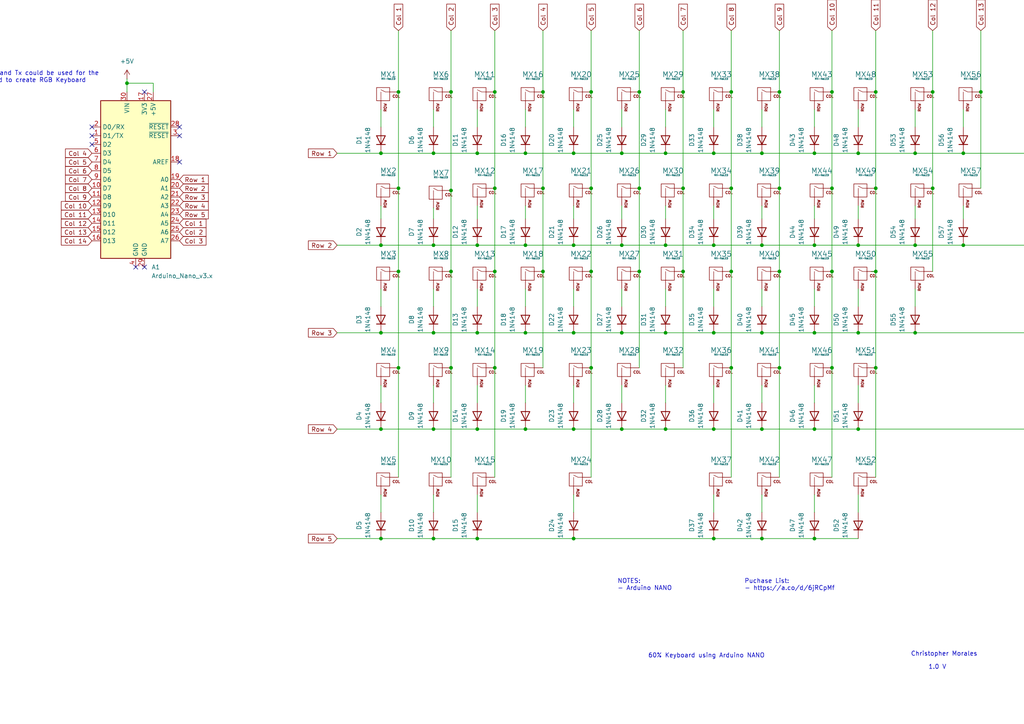
<source format=kicad_sch>
(kicad_sch (version 20211123) (generator eeschema)
  (paper "A4")
  (title_block (date "sam. 04 avril 2015"))
  (junction (at 138.43 156.21))
  (junction (at 207.01 71.12))
  (junction (at 193.04 96.52))
  (junction (at 270.51 54.61))
  (junction (at 115.57 26.67))
  (junction (at 143.51 26.67))
  (junction (at 166.37 44.45))
  (junction (at 307.34 26.67))
  (junction (at 110.49 44.45))
  (junction (at 157.48 26.67))
  (junction (at 193.04 44.45))
  (junction (at 220.98 124.46))
  (junction (at 254 106.68))
  (junction (at 265.43 44.45))
  (junction (at 110.49 96.52))
  (junction (at 212.09 106.68))
  (junction (at 212.09 54.61))
  (junction (at 220.98 71.12))
  (junction (at 130.81 106.68))
  (junction (at 143.51 106.68))
  (junction (at 185.42 54.61))
  (junction (at 220.98 156.21))
  (junction (at 180.34 124.46))
  (junction (at 265.43 96.52))
  (junction (at 180.34 44.45))
  (junction (at 198.12 26.67))
  (junction (at 115.57 78.74))
  (junction (at 110.49 156.21))
  (junction (at 226.06 78.74))
  (junction (at 166.37 156.21))
  (junction (at 125.73 156.21))
  (junction (at 36.83 24.13))
  (junction (at 185.42 78.74))
  (junction (at 284.48 26.67))
  (junction (at 212.09 26.67))
  (junction (at 115.57 106.68))
  (junction (at 185.42 26.67))
  (junction (at 157.48 78.74))
  (junction (at 241.3 78.74))
  (junction (at 279.4 44.45))
  (junction (at 207.01 156.21))
  (junction (at 171.45 106.68))
  (junction (at 166.37 96.52))
  (junction (at 220.98 44.45))
  (junction (at 248.92 71.12))
  (junction (at 171.45 54.61))
  (junction (at 152.4 71.12))
  (junction (at 166.37 71.12))
  (junction (at 212.09 78.74))
  (junction (at 270.51 26.67))
  (junction (at 265.43 71.12))
  (junction (at 138.43 96.52))
  (junction (at 226.06 54.61))
  (junction (at 171.45 26.67))
  (junction (at 248.92 44.45))
  (junction (at 157.48 54.61))
  (junction (at 236.22 71.12))
  (junction (at 207.01 44.45))
  (junction (at 143.51 54.61))
  (junction (at 307.34 54.61))
  (junction (at 198.12 54.61))
  (junction (at 236.22 44.45))
  (junction (at 152.4 96.52))
  (junction (at 254 78.74))
  (junction (at 152.4 44.45))
  (junction (at 180.34 71.12))
  (junction (at 138.43 71.12))
  (junction (at 130.81 26.67))
  (junction (at 125.73 44.45))
  (junction (at 138.43 124.46))
  (junction (at 193.04 71.12))
  (junction (at 207.01 96.52))
  (junction (at 193.04 124.46))
  (junction (at 125.73 96.52))
  (junction (at 152.4 124.46))
  (junction (at 125.73 71.12))
  (junction (at 236.22 156.21))
  (junction (at 241.3 26.67))
  (junction (at 143.51 78.74))
  (junction (at 220.98 96.52))
  (junction (at 248.92 124.46))
  (junction (at 138.43 44.45))
  (junction (at 226.06 26.67))
  (junction (at 110.49 71.12))
  (junction (at 207.01 124.46))
  (junction (at 125.73 124.46))
  (junction (at 166.37 124.46))
  (junction (at 110.49 124.46))
  (junction (at 130.81 78.74))
  (junction (at 241.3 106.68))
  (junction (at 279.4 71.12))
  (junction (at 248.92 96.52))
  (junction (at 236.22 96.52))
  (junction (at 115.57 54.61))
  (junction (at 254 26.67))
  (junction (at 226.06 106.68))
  (junction (at 130.81 55.245))
  (junction (at 180.34 96.52))
  (junction (at 307.34 78.74))
  (junction (at 171.45 78.74))
  (junction (at 241.3 54.61))
  (junction (at 254 54.61))
  (junction (at 236.22 124.46))
  (junction (at 198.12 78.74))
  (no_connect (at 52.07 46.99))
  (no_connect (at 52.07 36.83))
  (no_connect (at 52.07 39.37))
  (no_connect (at 26.67 36.83))
  (no_connect (at 39.37 77.47))
  (no_connect (at 41.91 77.47))
  (no_connect (at 26.67 41.91))
  (no_connect (at 26.67 39.37))
  (no_connect (at 41.91 26.67))
  (wire (pts (xy 166.37 31.75) (xy 166.37 36.83)))
  (wire (pts (xy 138.43 83.82) (xy 138.43 88.9)))
  (wire (pts (xy 265.43 83.82) (xy 265.43 88.9)))
  (wire (pts (xy 180.34 59.69) (xy 180.34 63.5)))
  (wire (pts (xy 207.01 71.12) (xy 220.98 71.12)))
  (wire (pts (xy 207.01 83.82) (xy 207.01 88.9)))
  (wire (pts (xy 212.09 8.89) (xy 212.09 26.67)))
  (wire (pts (xy 226.06 26.67) (xy 226.06 54.61)))
  (wire (pts (xy 241.3 78.74) (xy 241.3 106.68)))
  (wire (pts (xy 248.92 143.51) (xy 248.92 148.59)))
  (wire (pts (xy 193.04 44.45) (xy 207.01 44.45)))
  (wire (pts (xy 279.4 44.45) (xy 302.26 44.45)))
  (wire (pts (xy 157.48 78.74) (xy 157.48 106.68)))
  (wire (pts (xy 302.26 111.76) (xy 302.26 116.84)))
  (wire (pts (xy 207.01 96.52) (xy 220.98 96.52)))
  (wire (pts (xy 236.22 111.76) (xy 236.22 116.84)))
  (wire (pts (xy 152.4 83.82) (xy 152.4 88.9)))
  (wire (pts (xy 166.37 156.21) (xy 207.01 156.21)))
  (wire (pts (xy 171.45 54.61) (xy 171.45 78.74)))
  (wire (pts (xy 207.01 111.76) (xy 207.01 116.84)))
  (wire (pts (xy 226.06 54.61) (xy 226.06 78.74)))
  (wire (pts (xy 143.51 54.61) (xy 143.51 78.74)))
  (wire (pts (xy 220.98 156.21) (xy 236.22 156.21)))
  (wire (pts (xy 185.42 8.89) (xy 185.42 26.67)))
  (wire (pts (xy 130.81 106.68) (xy 130.81 138.43)))
  (wire (pts (xy 236.22 31.75) (xy 236.22 36.83)))
  (wire (pts (xy 198.12 8.89) (xy 198.12 26.67)))
  (wire (pts (xy 152.4 111.76) (xy 152.4 116.84)))
  (wire (pts (xy 220.98 96.52) (xy 236.22 96.52)))
  (wire (pts (xy 166.37 96.52) (xy 180.34 96.52)))
  (wire (pts (xy 207.01 124.46) (xy 220.98 124.46)))
  (wire (pts (xy 125.73 156.21) (xy 138.43 156.21)))
  (wire (pts (xy 207.01 156.21) (xy 220.98 156.21)))
  (wire (pts (xy 248.92 71.12) (xy 265.43 71.12)))
  (wire (pts (xy 115.57 54.61) (xy 115.57 78.74)))
  (wire (pts (xy 110.49 71.12) (xy 125.73 71.12)))
  (wire (pts (xy 152.4 44.45) (xy 166.37 44.45)))
  (wire (pts (xy 166.37 111.76) (xy 166.37 116.84)))
  (wire (pts (xy 307.34 8.89) (xy 307.34 26.67)))
  (wire (pts (xy 236.22 44.45) (xy 248.92 44.45)))
  (wire (pts (xy 236.22 156.21) (xy 248.92 156.21)))
  (wire (pts (xy 125.73 111.76) (xy 125.73 116.84)))
  (wire (pts (xy 193.04 71.12) (xy 207.01 71.12)))
  (wire (pts (xy 284.48 26.67) (xy 284.48 54.61)))
  (wire (pts (xy 241.3 106.68) (xy 241.3 138.43)))
  (wire (pts (xy 302.26 59.69) (xy 302.26 63.5)))
  (wire (pts (xy 193.04 124.46) (xy 207.01 124.46)))
  (wire (pts (xy 152.4 31.75) (xy 152.4 36.83)))
  (wire (pts (xy 270.51 8.89) (xy 270.51 26.67)))
  (wire (pts (xy 125.73 31.75) (xy 125.73 36.83)))
  (wire (pts (xy 152.4 124.46) (xy 166.37 124.46)))
  (wire (pts (xy 110.49 44.45) (xy 125.73 44.45)))
  (wire (pts (xy 180.34 44.45) (xy 193.04 44.45)))
  (wire (pts (xy 180.34 124.46) (xy 193.04 124.46)))
  (wire (pts (xy 166.37 71.12) (xy 180.34 71.12)))
  (wire (pts (xy 166.37 44.45) (xy 180.34 44.45)))
  (wire (pts (xy 166.37 124.46) (xy 180.34 124.46)))
  (wire (pts (xy 207.01 143.51) (xy 207.01 148.59)))
  (wire (pts (xy 171.45 78.74) (xy 171.45 106.68)))
  (wire (pts (xy 248.92 83.82) (xy 248.92 88.9)))
  (wire (pts (xy 125.73 124.46) (xy 138.43 124.46)))
  (wire (pts (xy 254 8.89) (xy 254 26.67)))
  (wire (pts (xy 220.98 143.51) (xy 220.98 148.59)))
  (wire (pts (xy 241.3 26.67) (xy 241.3 8.89)))
  (wire (pts (xy 130.81 55.245) (xy 130.81 78.74)))
  (wire (pts (xy 212.09 78.74) (xy 212.09 106.68)))
  (wire (pts (xy 248.92 31.75) (xy 248.92 36.83)))
  (wire (pts (xy 307.34 78.74) (xy 307.34 106.68)))
  (wire (pts (xy 110.49 111.76) (xy 110.49 116.84)))
  (wire (pts (xy 97.79 124.46) (xy 110.49 124.46)))
  (wire (pts (xy 248.92 44.45) (xy 265.43 44.45)))
  (wire (pts (xy 115.57 8.89) (xy 115.57 26.67)))
  (wire (pts (xy 110.49 83.82) (xy 110.49 88.9)))
  (wire (pts (xy 138.43 44.45) (xy 152.4 44.45)))
  (wire (pts (xy 254 26.67) (xy 254 54.61)))
  (wire (pts (xy 130.81 78.74) (xy 130.81 106.68)))
  (wire (pts (xy 212.09 54.61) (xy 212.09 78.74)))
  (wire (pts (xy 226.06 78.74) (xy 226.06 106.68)))
  (wire (pts (xy 125.73 83.82) (xy 125.73 88.9)))
  (wire (pts (xy 138.43 124.46) (xy 152.4 124.46)))
  (wire (pts (xy 220.98 71.12) (xy 236.22 71.12)))
  (wire (pts (xy 212.09 106.68) (xy 212.09 138.43)))
  (wire (pts (xy 143.51 78.74) (xy 143.51 106.68)))
  (wire (pts (xy 193.04 96.52) (xy 207.01 96.52)))
  (wire (pts (xy 110.49 96.52) (xy 125.73 96.52)))
  (wire (pts (xy 284.48 8.89) (xy 284.48 26.67)))
  (wire (pts (xy 180.34 83.82) (xy 180.34 88.9)))
  (wire (pts (xy 220.98 31.75) (xy 220.98 36.83)))
  (wire (pts (xy 248.92 59.69) (xy 248.92 63.5)))
  (wire (pts (xy 212.09 26.67) (xy 212.09 54.61)))
  (wire (pts (xy 110.49 143.51) (xy 110.49 148.59)))
  (wire (pts (xy 138.43 31.75) (xy 138.43 36.83)))
  (wire (pts (xy 180.34 71.12) (xy 193.04 71.12)))
  (wire (pts (xy 110.49 124.46) (xy 125.73 124.46)))
  (wire (pts (xy 302.26 31.75) (xy 302.26 36.83)))
  (wire (pts (xy 157.48 26.67) (xy 157.48 54.61)))
  (wire (pts (xy 265.43 44.45) (xy 279.4 44.45)))
  (wire (pts (xy 193.04 83.82) (xy 193.04 88.9)))
  (wire (pts (xy 110.49 31.75) (xy 110.49 36.83)))
  (wire (pts (xy 110.49 59.69) (xy 110.49 63.5)))
  (wire (pts (xy 125.73 96.52) (xy 138.43 96.52)))
  (wire (pts (xy 185.42 78.74) (xy 185.42 106.68)))
  (wire (pts (xy 236.22 83.82) (xy 236.22 88.9)))
  (wire (pts (xy 97.79 96.52) (xy 110.49 96.52)))
  (wire (pts (xy 97.79 44.45) (xy 110.49 44.45)))
  (wire (pts (xy 143.51 26.67) (xy 143.51 54.61)))
  (wire (pts (xy 171.45 8.89) (xy 171.45 26.67)))
  (wire (pts (xy 171.45 106.68) (xy 171.45 138.43)))
  (wire (pts (xy 254 78.74) (xy 254 106.68)))
  (wire (pts (xy 143.51 8.89) (xy 143.51 26.67)))
  (wire (pts (xy 166.37 59.69) (xy 166.37 63.5)))
  (wire (pts (xy 130.81 8.89) (xy 130.81 26.67)))
  (wire (pts (xy 125.73 143.51) (xy 125.73 148.59)))
  (wire (pts (xy 36.83 24.13) (xy 36.83 26.67)))
  (wire (pts (xy 180.34 96.52) (xy 193.04 96.52)))
  (wire (pts (xy 248.92 111.76) (xy 248.92 116.84)))
  (wire (pts (xy 152.4 59.69) (xy 152.4 63.5)))
  (wire (pts (xy 185.42 26.67) (xy 185.42 54.61)))
  (wire (pts (xy 138.43 59.69) (xy 138.43 63.5)))
  (wire (pts (xy 193.04 59.69) (xy 193.04 63.5)))
  (wire (pts (xy 115.57 78.74) (xy 115.57 106.68)))
  (wire (pts (xy 248.92 96.52) (xy 265.43 96.52)))
  (wire (pts (xy 198.12 78.74) (xy 198.12 106.68)))
  (wire (pts (xy 254 54.61) (xy 254 78.74)))
  (wire (pts (xy 138.43 143.51) (xy 138.43 148.59)))
  (wire (pts (xy 236.22 59.69) (xy 236.22 63.5)))
  (wire (pts (xy 220.98 44.45) (xy 236.22 44.45)))
  (wire (pts (xy 130.81 26.67) (xy 130.81 55.245)))
  (wire (pts (xy 143.51 106.68) (xy 143.51 138.43)))
  (wire (pts (xy 265.43 31.75) (xy 265.43 36.83)))
  (wire (pts (xy 265.43 96.52) (xy 302.26 96.52)))
  (wire (pts (xy 265.43 71.12) (xy 279.4 71.12)))
  (wire (pts (xy 115.57 106.68) (xy 115.57 138.43)))
  (wire (pts (xy 220.98 111.76) (xy 220.98 116.84)))
  (wire (pts (xy 138.43 156.21) (xy 166.37 156.21)))
  (wire (pts (xy 279.4 71.12) (xy 302.26 71.12)))
  (wire (pts (xy 110.49 156.21) (xy 125.73 156.21)))
  (wire (pts (xy 157.48 54.61) (xy 157.48 78.74)))
  (wire (pts (xy 254 106.68) (xy 254 138.43)))
  (wire (pts (xy 125.73 44.45) (xy 138.43 44.45)))
  (wire (pts (xy 302.26 83.82) (xy 302.26 88.9)))
  (wire (pts (xy 138.43 71.12) (xy 152.4 71.12)))
  (wire (pts (xy 241.3 54.61) (xy 241.3 26.67)))
  (wire (pts (xy 198.12 26.67) (xy 198.12 54.61)))
  (wire (pts (xy 307.34 26.67) (xy 307.34 54.61)))
  (wire (pts (xy 226.06 106.68) (xy 226.06 138.43)))
  (wire (pts (xy 248.92 124.46) (xy 302.26 124.46)))
  (wire (pts (xy 270.51 54.61) (xy 270.51 78.74)))
  (wire (pts (xy 180.34 31.75) (xy 180.34 36.83)))
  (wire (pts (xy 152.4 96.52) (xy 166.37 96.52)))
  (wire (pts (xy 157.48 8.89) (xy 157.48 26.67)))
  (wire (pts (xy 236.22 96.52) (xy 248.92 96.52)))
  (wire (pts (xy 220.98 124.46) (xy 236.22 124.46)))
  (wire (pts (xy 152.4 71.12) (xy 166.37 71.12)))
  (wire (pts (xy 36.83 22.86) (xy 36.83 24.13)))
  (wire (pts (xy 279.4 59.69) (xy 279.4 63.5)))
  (wire (pts (xy 97.79 71.12) (xy 110.49 71.12)))
  (wire (pts (xy 236.22 124.46) (xy 248.92 124.46)))
  (wire (pts (xy 97.79 156.21) (xy 110.49 156.21)))
  (wire (pts (xy 207.01 59.69) (xy 207.01 63.5)))
  (wire (pts (xy 115.57 26.67) (xy 115.57 54.61)))
  (wire (pts (xy 220.98 59.69) (xy 220.98 63.5)))
  (wire (pts (xy 220.98 83.82) (xy 220.98 88.9)))
  (wire (pts (xy 138.43 96.52) (xy 152.4 96.52)))
  (wire (pts (xy 185.42 54.61) (xy 185.42 78.74)))
  (wire (pts (xy 207.01 31.75) (xy 207.01 36.83)))
  (wire (pts (xy 180.34 111.76) (xy 180.34 116.84)))
  (wire (pts (xy 279.4 31.75) (xy 279.4 36.83)))
  (wire (pts (xy 198.12 54.61) (xy 198.12 78.74)))
  (wire (pts (xy 125.73 60.325) (xy 125.73 63.5)))
  (wire (pts (xy 125.73 71.12) (xy 138.43 71.12)))
  (wire (pts (xy 166.37 143.51) (xy 166.37 148.59)))
  (wire (pts (xy 193.04 31.75) (xy 193.04 36.83)))
  (wire (pts (xy 44.45 24.13) (xy 44.45 26.67)))
  (wire (pts (xy 138.43 111.76) (xy 138.43 116.84)))
  (wire (pts (xy 265.43 59.69) (xy 265.43 63.5)))
  (wire (pts (xy 241.3 78.74) (xy 241.3 54.61)))
  (wire (pts (xy 236.22 143.51) (xy 236.22 148.59)))
  (wire (pts (xy 207.01 44.45) (xy 220.98 44.45)))
  (wire (pts (xy 307.34 54.61) (xy 307.34 78.74)))
  (wire (pts (xy 270.51 26.67) (xy 270.51 54.61)))
  (wire (pts (xy 171.45 26.67) (xy 171.45 54.61)))
  (wire (pts (xy 252.73 78.74) (xy 254 78.74)))
  (wire (pts (xy 166.37 83.82) (xy 166.37 88.9)))
  (wire (pts (xy 193.04 111.76) (xy 193.04 116.84)))
  (wire (pts (xy 36.83 24.13) (xy 44.45 24.13)))
  (wire (pts (xy 226.06 8.89) (xy 226.06 26.67)))
  (wire (pts (xy 236.22 71.12) (xy 248.92 71.12)))
  (text "1.0 V\n" (at 269.24 194.31 0) (effects (font (size 1.27 1.27)) (justify left bottom)))
  (text "The Rx and Tx could be used for the \nRGB and to create RGB Keyboard" (at -7.62 24.13 0) (effects (font (size 1.27 1.27)) (justify left bottom)))
  (text "Puchase List:\n- https://a.co/d/6jRCpMf" (at 215.9 171.45 0) (effects (font (size 1.27 1.27)) (justify left bottom)))
  (text "Christopher Morales\n" (at 264.16 190.5 0) (effects (font (size 1.27 1.27)) (justify left bottom)))
  (text "60% Keyboard using Arduino NANO\n\n" (at 187.96 193.04 0) (effects (font (size 1.27 1.27)) (justify left bottom)))
  (text "NOTES:\n- Arduino NANO" (at 179.07 171.45 0) (effects (font (size 1.27 1.27)) (justify left bottom)))
  (global_label "Col 7" (shape input) (at 198.12 8.89 90) (property "Intersheet References" "${INTERSHEET_REFS}" (effects hide)))
  (global_label "Col 4" (shape input) (at 157.48 8.89 90) (property "Intersheet References" "${INTERSHEET_REFS}" (effects hide)))
  (global_label "Row 5" (shape input) (at 52.07 62.23 0) (property "Intersheet References" "${INTERSHEET_REFS}" (effects hide)))
  (global_label "Col 9" (shape input) (at 26.67 57.15 180) (property "Intersheet References" "${INTERSHEET_REFS}" (effects hide)))
  (global_label "Col 13" (shape input) (at 284.48 8.89 90) (property "Intersheet References" "${INTERSHEET_REFS}" (effects hide)))
  (global_label "Row 4" (shape input) (at 52.07 59.69 0) (property "Intersheet References" "${INTERSHEET_REFS}" (effects hide)))
  (global_label "Col 11" (shape input) (at 254 8.89 90) (property "Intersheet References" "${INTERSHEET_REFS}" (effects hide)))
  (global_label "Col 5" (shape input) (at 171.45 8.89 90) (property "Intersheet References" "${INTERSHEET_REFS}" (effects hide)))
  (global_label "Row 2" (shape input) (at 52.07 54.61 0) (property "Intersheet References" "${INTERSHEET_REFS}" (effects hide)))
  (global_label "Row 4" (shape input) (at 97.79 124.46 180) (property "Intersheet References" "${INTERSHEET_REFS}" (effects hide)))
  (global_label "Col 10" (shape input) (at 26.67 59.69 180) (property "Intersheet References" "${INTERSHEET_REFS}" (effects hide)))
  (global_label "Col 9" (shape input) (at 226.06 8.89 90) (property "Intersheet References" "${INTERSHEET_REFS}" (effects hide)))
  (global_label "Col 7" (shape input) (at 26.67 52.07 180) (property "Intersheet References" "${INTERSHEET_REFS}" (effects hide)))
  (global_label "Col 13" (shape input) (at 26.67 67.31 180) (property "Intersheet References" "${INTERSHEET_REFS}" (effects hide)))
  (global_label "Col 11" (shape input) (at 26.67 62.23 180) (property "Intersheet References" "${INTERSHEET_REFS}" (effects hide)))
  (global_label "Col 2" (shape input) (at 52.07 67.31 0) (property "Intersheet References" "${INTERSHEET_REFS}" (effects hide)))
  (global_label "Col 3" (shape input) (at 143.51 8.89 90) (property "Intersheet References" "${INTERSHEET_REFS}" (effects hide)))
  (global_label "Col 14" (shape input) (at 307.34 8.89 90) (property "Intersheet References" "${INTERSHEET_REFS}" (effects hide)))
  (global_label "Col 3" (shape input) (at 52.07 69.85 0) (property "Intersheet References" "${INTERSHEET_REFS}" (effects hide)))
  (global_label "Col 8" (shape input) (at 212.09 8.89 90) (property "Intersheet References" "${INTERSHEET_REFS}" (effects hide)))
  (global_label "Col 14" (shape input) (at 26.67 69.85 180) (property "Intersheet References" "${INTERSHEET_REFS}" (effects hide)))
  (global_label "Row 5" (shape input) (at 97.79 156.21 180) (property "Intersheet References" "${INTERSHEET_REFS}" (effects hide)))
  (global_label "Col 12" (shape input) (at 270.51 8.89 90) (property "Intersheet References" "${INTERSHEET_REFS}" (effects hide)))
  (global_label "Row 1" (shape input) (at 52.07 52.07 0) (property "Intersheet References" "${INTERSHEET_REFS}" (effects hide)))
  (global_label "Row 3" (shape input) (at 97.79 96.52 180) (property "Intersheet References" "${INTERSHEET_REFS}" (effects hide)))
  (global_label "Col 1" (shape input) (at 52.07 64.77 0) (property "Intersheet References" "${INTERSHEET_REFS}" (effects hide)))
  (global_label "Row 2" (shape input) (at 97.79 71.12 180) (property "Intersheet References" "${INTERSHEET_REFS}" (effects hide)))
  (global_label "Row 3" (shape input) (at 52.07 57.15 0) (property "Intersheet References" "${INTERSHEET_REFS}" (effects hide)))
  (global_label "Col 6" (shape input) (at 26.67 49.53 180) (property "Intersheet References" "${INTERSHEET_REFS}" (effects hide)))
  (global_label "Row 1" (shape input) (at 97.79 44.45 180) (property "Intersheet References" "${INTERSHEET_REFS}" (effects hide)))
  (global_label "Col 12" (shape input) (at 26.67 64.77 180) (property "Intersheet References" "${INTERSHEET_REFS}" (effects hide)))
  (global_label "Col 8" (shape input) (at 26.67 54.61 180) (property "Intersheet References" "${INTERSHEET_REFS}" (effects hide)))
  (global_label "Col 5" (shape input) (at 26.67 46.99 180) (property "Intersheet References" "${INTERSHEET_REFS}" (effects hide)))
  (global_label "Col 4" (shape input) (at 26.67 44.45 180) (property "Intersheet References" "${INTERSHEET_REFS}" (effects hide)))
  (global_label "Col 10" (shape input) (at 241.3 8.89 90) (property "Intersheet References" "${INTERSHEET_REFS}" (effects hide)))
  (global_label "Col 2" (shape input) (at 130.81 8.89 90) (property "Intersheet References" "${INTERSHEET_REFS}" (effects hide)))
  (global_label "Col 6" (shape input) (at 185.42 8.89 90) (property "Intersheet References" "${INTERSHEET_REFS}" (effects hide)))
  (global_label "Col 1" (shape input) (at 115.57 8.89 90) (property "Intersheet References" "${INTERSHEET_REFS}" (effects hide)))
  (symbol (lib_id "Diode:1N4148") (at 180.34 40.64 90) (unit 1)
    (property "Reference" "D25" (at 173.99 40.64 0))
    (property "Value" "1N4148" (at 176.53 40.64 0))
    (property "Footprint" "Diode_THT:D_DO-35_SOD27_P7.62mm_Horizontal" (effects hide))
    (property "Datasheet" "https://assets.nexperia.com/documents/data-sheet/1N4148_1N4448.pdf" (effects hide))
  )
  (symbol (lib_id "MX_Alps_Hybrid:MX-NoLED") (at 194.31 107.95 0) (unit 1)
    (property "Reference" "MX32" (at 195.1956 101.6 0) (effects (font (size 1.524 1.524))))
    (property "Value" "MX-NoLED" (at 195.1956 102.87 0) (effects (font (size 0.508 0.508))))
    (property "Footprint" "Switch_Keyboard_Cherry_MX:SW_Cherry_MX_PCB_1.00u" (effects hide))
  )
  (symbol (lib_id "Diode:1N4148") (at 110.49 92.71 90) (unit 1)
    (property "Reference" "D3" (at 104.14 92.71 0))
    (property "Value" "1N4148" (at 106.68 92.71 0))
    (property "Footprint" "Diode_THT:D_DO-35_SOD27_P7.62mm_Horizontal" (effects hide))
    (property "Datasheet" "https://assets.nexperia.com/documents/data-sheet/1N4148_1N4448.pdf" (effects hide))
  )
  (symbol (lib_id "Diode:1N4148") (at 166.37 67.31 90) (unit 1)
    (property "Reference" "D21" (at 160.02 67.31 0))
    (property "Value" "1N4148" (at 162.56 67.31 0))
    (property "Footprint" "Diode_THT:D_DO-35_SOD27_P7.62mm_Horizontal" (effects hide))
    (property "Datasheet" "https://assets.nexperia.com/documents/data-sheet/1N4148_1N4448.pdf" (effects hide))
  )
  (symbol (lib_id "MX_Alps_Hybrid:MX-NoLED") (at 167.64 55.88 0) (unit 1)
    (property "Reference" "MX21" (at 168.5256 49.53 0) (effects (font (size 1.524 1.524))))
    (property "Value" "MX-NoLED" (at 168.5256 50.8 0) (effects (font (size 0.508 0.508))))
    (property "Footprint" "Switch_Keyboard_Cherry_MX:SW_Cherry_MX_PCB_1.00u" (effects hide))
  )
  (symbol (lib_id "MX_Alps_Hybrid:MX-NoLED") (at 266.7 55.88 0) (unit 1)
    (property "Reference" "MX54" (at 267.5856 49.53 0) (effects (font (size 1.524 1.524))))
    (property "Value" "MX-NoLED" (at 267.5856 50.8 0) (effects (font (size 0.508 0.508))))
    (property "Footprint" "Switch_Keyboard_Cherry_MX:SW_Cherry_MX_PCB_1.00u" (effects hide))
  )
  (symbol (lib_id "Diode:1N4148") (at 220.98 40.64 90) (unit 1)
    (property "Reference" "D38" (at 214.63 40.64 0))
    (property "Value" "1N4148" (at 217.17 40.64 0))
    (property "Footprint" "Diode_THT:D_DO-35_SOD27_P7.62mm_Horizontal" (effects hide))
    (property "Datasheet" "https://assets.nexperia.com/documents/data-sheet/1N4148_1N4448.pdf" (effects hide))
  )
  (symbol (lib_id "Diode:1N4148") (at 220.98 92.71 90) (unit 1)
    (property "Reference" "D40" (at 214.63 92.71 0))
    (property "Value" "1N4148" (at 217.17 92.71 0))
    (property "Footprint" "Diode_THT:D_DO-35_SOD27_P7.62mm_Horizontal" (effects hide))
    (property "Datasheet" "https://assets.nexperia.com/documents/data-sheet/1N4148_1N4448.pdf" (effects hide))
  )
  (symbol (lib_id "Diode:1N4148") (at 166.37 40.64 90) (unit 1)
    (property "Reference" "D20" (at 160.02 40.64 0))
    (property "Value" "1N4148" (at 162.56 40.64 0))
    (property "Footprint" "Diode_THT:D_DO-35_SOD27_P7.62mm_Horizontal" (effects hide))
    (property "Datasheet" "https://assets.nexperia.com/documents/data-sheet/1N4148_1N4448.pdf" (effects hide))
  )
  (symbol (lib_id "MX_Alps_Hybrid:MX-NoLED") (at 303.53 55.88 0) (unit 1)
    (property "Reference" "MX59" (at 304.4156 49.53 0) (effects (font (size 1.524 1.524))))
    (property "Value" "MX-NoLED" (at 304.4156 50.8 0) (effects (font (size 0.508 0.508))))
    (property "Footprint" "Switch_Keyboard_Cherry_MX:SW_Cherry_MX_PCB_1.50u" (effects hide))
  )
  (symbol (lib_id "Diode:1N4148") (at 265.43 67.31 90) (unit 1)
    (property "Reference" "D54" (at 259.08 67.31 0))
    (property "Value" "1N4148" (at 261.62 67.31 0))
    (property "Footprint" "Diode_THT:D_DO-35_SOD27_P7.62mm_Horizontal" (effects hide))
    (property "Datasheet" "https://assets.nexperia.com/documents/data-sheet/1N4148_1N4448.pdf" (effects hide))
  )
  (symbol (lib_id "MX_Alps_Hybrid:MX-NoLED") (at 167.64 139.7 0) (unit 1)
    (property "Reference" "MX24" (at 168.5256 133.35 0) (effects (font (size 1.524 1.524))))
    (property "Value" "MX-NoLED" (at 168.5256 134.62 0) (effects (font (size 0.508 0.508))))
    (property "Footprint" "Switch_Keyboard_Cherry_MX:SW_Cherry_MX_PCB_6.25u" (effects hide))
  )
  (symbol (lib_id "MX_Alps_Hybrid:MX-NoLED") (at 139.7 27.94 0) (unit 1)
    (property "Reference" "MX11" (at 140.5856 21.59 0) (effects (font (size 1.524 1.524))))
    (property "Value" "MX-NoLED" (at 140.5856 22.86 0) (effects (font (size 0.508 0.508))))
    (property "Footprint" "Switch_Keyboard_Cherry_MX:SW_Cherry_MX_PCB_1.00u" (effects hide))
  )
  (symbol (lib_id "Diode:1N4148") (at 180.34 67.31 90) (unit 1)
    (property "Reference" "D26" (at 173.99 67.31 0))
    (property "Value" "1N4148" (at 176.53 67.31 0))
    (property "Footprint" "Diode_THT:D_DO-35_SOD27_P7.62mm_Horizontal" (effects hide))
    (property "Datasheet" "https://assets.nexperia.com/documents/data-sheet/1N4148_1N4448.pdf" (effects hide))
  )
  (symbol (lib_id "MX_Alps_Hybrid:MX-NoLED") (at 181.61 55.88 0) (unit 1)
    (property "Reference" "MX26" (at 182.4956 49.53 0) (effects (font (size 1.524 1.524))))
    (property "Value" "MX-NoLED" (at 182.4956 50.8 0) (effects (font (size 0.508 0.508))))
    (property "Footprint" "Switch_Keyboard_Cherry_MX:SW_Cherry_MX_PCB_1.00u" (effects hide))
  )
  (symbol (lib_id "MX_Alps_Hybrid:MX-NoLED") (at 250.19 55.88 0) (unit 1)
    (property "Reference" "MX49" (at 251.0756 49.53 0) (effects (font (size 1.524 1.524))))
    (property "Value" "MX-NoLED" (at 251.0756 50.8 0) (effects (font (size 0.508 0.508))))
    (property "Footprint" "Switch_Keyboard_Cherry_MX:SW_Cherry_MX_PCB_1.00u" (effects hide))
  )
  (symbol (lib_id "MX_Alps_Hybrid:MX-NoLED") (at 250.19 107.95 0) (unit 1)
    (property "Reference" "MX51" (at 251.0756 101.6 0) (effects (font (size 1.524 1.524))))
    (property "Value" "MX-NoLED" (at 251.0756 102.87 0) (effects (font (size 0.508 0.508))))
    (property "Footprint" "Switch_Keyboard_Cherry_MX:SW_Cherry_MX_PCB_1.00u" (effects hide))
  )
  (symbol (lib_id "MX_Alps_Hybrid:MX-NoLED") (at 194.31 55.88 0) (unit 1)
    (property "Reference" "MX30" (at 195.1956 49.53 0) (effects (font (size 1.524 1.524))))
    (property "Value" "MX-NoLED" (at 195.1956 50.8 0) (effects (font (size 0.508 0.508))))
    (property "Footprint" "Switch_Keyboard_Cherry_MX:SW_Cherry_MX_PCB_1.00u" (effects hide))
  )
  (symbol (lib_id "Diode:1N4148") (at 166.37 152.4 90) (unit 1)
    (property "Reference" "D24" (at 160.02 152.4 0))
    (property "Value" "1N4148" (at 162.56 152.4 0))
    (property "Footprint" "Diode_THT:D_DO-35_SOD27_P7.62mm_Horizontal" (effects hide))
    (property "Datasheet" "https://assets.nexperia.com/documents/data-sheet/1N4148_1N4448.pdf" (effects hide))
  )
  (symbol (lib_id "MX_Alps_Hybrid:MX-NoLED") (at 208.28 27.94 0) (unit 1)
    (property "Reference" "MX33" (at 209.1656 21.59 0) (effects (font (size 1.524 1.524))))
    (property "Value" "MX-NoLED" (at 209.1656 22.86 0) (effects (font (size 0.508 0.508))))
    (property "Footprint" "Switch_Keyboard_Cherry_MX:SW_Cherry_MX_PCB_1.00u" (effects hide))
  )
  (symbol (lib_id "Diode:1N4148") (at 125.73 40.64 90) (unit 1)
    (property "Reference" "D6" (at 119.38 40.64 0))
    (property "Value" "1N4148" (at 121.92 40.64 0))
    (property "Footprint" "Diode_THT:D_DO-35_SOD27_P7.62mm_Horizontal" (effects hide))
    (property "Datasheet" "https://assets.nexperia.com/documents/data-sheet/1N4148_1N4448.pdf" (effects hide))
  )
  (symbol (lib_id "MX_Alps_Hybrid:MX-NoLED") (at 167.64 27.94 0) (unit 1)
    (property "Reference" "MX20" (at 168.5256 21.59 0) (effects (font (size 1.524 1.524))))
    (property "Value" "MX-NoLED" (at 168.5256 22.86 0) (effects (font (size 0.508 0.508))))
    (property "Footprint" "Switch_Keyboard_Cherry_MX:SW_Cherry_MX_PCB_1.00u" (effects hide))
  )
  (symbol (lib_id "Diode:1N4148") (at 138.43 40.64 90) (unit 1)
    (property "Reference" "D11" (at 132.08 40.64 0))
    (property "Value" "1N4148" (at 134.62 40.64 0))
    (property "Footprint" "Diode_THT:D_DO-35_SOD27_P7.62mm_Horizontal" (effects hide))
    (property "Datasheet" "https://assets.nexperia.com/documents/data-sheet/1N4148_1N4448.pdf" (effects hide))
  )
  (symbol (lib_id "Diode:1N4148") (at 193.04 67.31 90) (unit 1)
    (property "Reference" "D30" (at 186.69 67.31 0))
    (property "Value" "1N4148" (at 189.23 67.31 0))
    (property "Footprint" "Diode_THT:D_DO-35_SOD27_P7.62mm_Horizontal" (effects hide))
    (property "Datasheet" "https://assets.nexperia.com/documents/data-sheet/1N4148_1N4448.pdf" (effects hide))
  )
  (symbol (lib_id "Diode:1N4148") (at 248.92 40.64 90) (unit 1)
    (property "Reference" "D48" (at 242.57 40.64 0))
    (property "Value" "1N4148" (at 245.11 40.64 0))
    (property "Footprint" "Diode_THT:D_DO-35_SOD27_P7.62mm_Horizontal" (effects hide))
    (property "Datasheet" "https://assets.nexperia.com/documents/data-sheet/1N4148_1N4448.pdf" (effects hide))
  )
  (symbol (lib_id "MX_Alps_Hybrid:MX-NoLED") (at 127 139.7 0) (unit 1)
    (property "Reference" "MX10" (at 127.8856 133.35 0) (effects (font (size 1.524 1.524))))
    (property "Value" "MX-NoLED" (at 127.8856 134.62 0) (effects (font (size 0.508 0.508))))
    (property "Footprint" "Switch_Keyboard_Cherry_MX:SW_Cherry_MX_PCB_1.25u" (effects hide))
  )
  (symbol (lib_id "Diode:1N4148") (at 236.22 40.64 90) (unit 1)
    (property "Reference" "D43" (at 229.87 40.64 0))
    (property "Value" "1N4148" (at 232.41 40.64 0))
    (property "Footprint" "Diode_THT:D_DO-35_SOD27_P7.62mm_Horizontal" (effects hide))
    (property "Datasheet" "https://assets.nexperia.com/documents/data-sheet/1N4148_1N4448.pdf" (effects hide))
  )
  (symbol (lib_id "MX_Alps_Hybrid:MX-NoLED") (at 280.67 27.94 0) (unit 1)
    (property "Reference" "MX56" (at 281.5556 21.59 0) (effects (font (size 1.524 1.524))))
    (property "Value" "MX-NoLED" (at 281.5556 22.86 0) (effects (font (size 0.508 0.508))))
    (property "Footprint" "Switch_Keyboard_Cherry_MX:SW_Cherry_MX_PCB_1.00u" (effects hide))
  )
  (symbol (lib_id "Diode:1N4148") (at 180.34 92.71 90) (unit 1)
    (property "Reference" "D27" (at 173.99 92.71 0))
    (property "Value" "1N4148" (at 176.53 92.71 0))
    (property "Footprint" "Diode_THT:D_DO-35_SOD27_P7.62mm_Horizontal" (effects hide))
    (property "Datasheet" "https://assets.nexperia.com/documents/data-sheet/1N4148_1N4448.pdf" (effects hide))
  )
  (symbol (lib_id "MX_Alps_Hybrid:MX-NoLED") (at 111.76 139.7 0) (unit 1)
    (property "Reference" "MX5" (at 112.6456 133.35 0) (effects (font (size 1.524 1.524))))
    (property "Value" "MX-NoLED" (at 112.6456 134.62 0) (effects (font (size 0.508 0.508))))
    (property "Footprint" "Switch_Keyboard_Cherry_MX:SW_Cherry_MX_PCB_1.25u" (effects hide))
  )
  (symbol (lib_id "MX_Alps_Hybrid:MX-NoLED") (at 222.25 80.01 0) (unit 1)
    (property "Reference" "MX40" (at 223.1356 73.66 0) (effects (font (size 1.524 1.524))))
    (property "Value" "MX-NoLED" (at 223.1356 74.93 0) (effects (font (size 0.508 0.508))))
    (property "Footprint" "Switch_Keyboard_Cherry_MX:SW_Cherry_MX_PCB_1.00u" (effects hide))
  )
  (symbol (lib_id "MX_Alps_Hybrid:MX-NoLED") (at 222.25 139.7 0) (unit 1)
    (property "Reference" "MX42" (at 223.1356 133.35 0) (effects (font (size 1.524 1.524))))
    (property "Value" "MX-NoLED" (at 223.1356 134.62 0) (effects (font (size 0.508 0.508))))
    (property "Footprint" "Switch_Keyboard_Cherry_MX:SW_Cherry_MX_PCB_1.25u" (effects hide))
  )
  (symbol (lib_id "MX_Alps_Hybrid:MX-NoLED") (at 181.61 27.94 0) (unit 1)
    (property "Reference" "MX25" (at 182.4956 21.59 0) (effects (font (size 1.524 1.524))))
    (property "Value" "MX-NoLED" (at 182.4956 22.86 0) (effects (font (size 0.508 0.508))))
    (property "Footprint" "Switch_Keyboard_Cherry_MX:SW_Cherry_MX_PCB_1.00u" (effects hide))
  )
  (symbol (lib_id "Diode:1N4148") (at 236.22 92.71 90) (unit 1)
    (property "Reference" "D45" (at 229.87 92.71 0))
    (property "Value" "1N4148" (at 232.41 92.71 0))
    (property "Footprint" "Diode_THT:D_DO-35_SOD27_P7.62mm_Horizontal" (effects hide))
    (property "Datasheet" "https://assets.nexperia.com/documents/data-sheet/1N4148_1N4448.pdf" (effects hide))
  )
  (symbol (lib_id "MX_Alps_Hybrid:MX-NoLED") (at 111.76 55.88 0) (unit 1)
    (property "Reference" "MX2" (at 112.6456 49.53 0) (effects (font (size 1.524 1.524))))
    (property "Value" "MX-NoLED" (at 112.6456 50.8 0) (effects (font (size 0.508 0.508))))
    (property "Footprint" "Switch_Keyboard_Cherry_MX:SW_Cherry_MX_PCB_1.50u" (effects hide))
  )
  (symbol (lib_id "MX_Alps_Hybrid:MX-NoLED") (at 208.28 80.01 0) (unit 1)
    (property "Reference" "MX35" (at 209.1656 73.66 0) (effects (font (size 1.524 1.524))))
    (property "Value" "MX-NoLED" (at 209.1656 74.93 0) (effects (font (size 0.508 0.508))))
    (property "Footprint" "Switch_Keyboard_Cherry_MX:SW_Cherry_MX_PCB_1.00u" (effects hide))
  )
  (symbol (lib_id "Diode:1N4148") (at 125.73 152.4 90) (unit 1)
    (property "Reference" "D10" (at 119.38 152.4 0))
    (property "Value" "1N4148" (at 121.92 152.4 0))
    (property "Footprint" "Diode_THT:D_DO-35_SOD27_P7.62mm_Horizontal" (effects hide))
    (property "Datasheet" "https://assets.nexperia.com/documents/data-sheet/1N4148_1N4448.pdf" (effects hide))
  )
  (symbol (lib_id "Diode:1N4148") (at 302.26 40.64 90) (unit 1)
    (property "Reference" "D58" (at 304.8 39.3699 90) (effects (justify right)))
    (property "Value" "1N4148" (at 304.8 41.9099 90) (effects (justify right)))
    (property "Footprint" "Diode_THT:D_DO-35_SOD27_P7.62mm_Horizontal" (effects hide))
    (property "Datasheet" "https://assets.nexperia.com/documents/data-sheet/1N4148_1N4448.pdf" (effects hide))
  )
  (symbol (lib_id "MX_Alps_Hybrid:MX-NoLED") (at 237.49 107.95 0) (unit 1)
    (property "Reference" "MX46" (at 238.3756 101.6 0) (effects (font (size 1.524 1.524))))
    (property "Value" "MX-NoLED" (at 238.3756 102.87 0) (effects (font (size 0.508 0.508))))
    (property "Footprint" "Switch_Keyboard_Cherry_MX:SW_Cherry_MX_PCB_1.00u" (effects hide))
  )
  (symbol (lib_id "MX_Alps_Hybrid:MX-NoLED") (at 266.7 27.94 0) (unit 1)
    (property "Reference" "MX53" (at 267.5856 21.59 0) (effects (font (size 1.524 1.524))))
    (property "Value" "MX-NoLED" (at 267.5856 22.86 0) (effects (font (size 0.508 0.508))))
    (property "Footprint" "Switch_Keyboard_Cherry_MX:SW_Cherry_MX_PCB_1.00u" (effects hide))
  )
  (symbol (lib_id "MX_Alps_Hybrid:MX-NoLED") (at 237.49 139.7 0) (unit 1)
    (property "Reference" "MX47" (at 238.3756 133.35 0) (effects (font (size 1.524 1.524))))
    (property "Value" "MX-NoLED" (at 238.3756 134.62 0) (effects (font (size 0.508 0.508))))
    (property "Footprint" "Switch_Keyboard_Cherry_MX:SW_Cherry_MX_PCB_1.25u" (effects hide))
  )
  (symbol (lib_id "Diode:1N4148") (at 248.92 120.65 90) (unit 1)
    (property "Reference" "D51" (at 242.57 120.65 0))
    (property "Value" "1N4148" (at 245.11 120.65 0))
    (property "Footprint" "Diode_THT:D_DO-35_SOD27_P7.62mm_Horizontal" (effects hide))
    (property "Datasheet" "https://assets.nexperia.com/documents/data-sheet/1N4148_1N4448.pdf" (effects hide))
  )
  (symbol (lib_id "MX_Alps_Hybrid:MX-NoLED") (at 208.28 55.88 0) (unit 1)
    (property "Reference" "MX34" (at 209.1656 49.53 0) (effects (font (size 1.524 1.524))))
    (property "Value" "MX-NoLED" (at 209.1656 50.8 0) (effects (font (size 0.508 0.508))))
    (property "Footprint" "Switch_Keyboard_Cherry_MX:SW_Cherry_MX_PCB_1.00u" (effects hide))
  )
  (symbol (lib_id "power:+5V") (at 36.83 22.86 0) (unit 1)
    (property "Reference" "#PWR0101" (effects hide))
    (property "Value" "+5V" (at 36.83 17.78 0))
  )
  (symbol (lib_id "Diode:1N4148") (at 207.01 152.4 90) (unit 1)
    (property "Reference" "D37" (at 200.66 152.4 0))
    (property "Value" "1N4148" (at 203.2 152.4 0))
    (property "Footprint" "Diode_THT:D_DO-35_SOD27_P7.62mm_Horizontal" (effects hide))
    (property "Datasheet" "https://assets.nexperia.com/documents/data-sheet/1N4148_1N4448.pdf" (effects hide))
  )
  (symbol (lib_id "Diode:1N4148") (at 152.4 67.31 90) (unit 1)
    (property "Reference" "D17" (at 146.05 67.31 0))
    (property "Value" "1N4148" (at 148.59 67.31 0))
    (property "Footprint" "Diode_THT:D_DO-35_SOD27_P7.62mm_Horizontal" (effects hide))
    (property "Datasheet" "https://assets.nexperia.com/documents/data-sheet/1N4148_1N4448.pdf" (effects hide))
  )
  (symbol (lib_id "Diode:1N4148") (at 125.73 67.31 90) (unit 1)
    (property "Reference" "D7" (at 119.38 67.31 0))
    (property "Value" "1N4148" (at 121.92 67.31 0))
    (property "Footprint" "Diode_THT:D_DO-35_SOD27_P7.62mm_Horizontal" (effects hide))
    (property "Datasheet" "https://assets.nexperia.com/documents/data-sheet/1N4148_1N4448.pdf" (effects hide))
  )
  (symbol (lib_id "Diode:1N4148") (at 207.01 40.64 90) (unit 1)
    (property "Reference" "D33" (at 200.66 40.64 0))
    (property "Value" "1N4148" (at 203.2 40.64 0))
    (property "Footprint" "Diode_THT:D_DO-35_SOD27_P7.62mm_Horizontal" (effects hide))
    (property "Datasheet" "https://assets.nexperia.com/documents/data-sheet/1N4148_1N4448.pdf" (effects hide))
  )
  (symbol (lib_id "MX_Alps_Hybrid:MX-NoLED") (at 208.28 107.95 0) (unit 1)
    (property "Reference" "MX36" (at 209.1656 101.6 0) (effects (font (size 1.524 1.524))))
    (property "Value" "MX-NoLED" (at 209.1656 102.87 0) (effects (font (size 0.508 0.508))))
    (property "Footprint" "Switch_Keyboard_Cherry_MX:SW_Cherry_MX_PCB_1.00u" (effects hide))
  )
  (symbol (lib_id "Diode:1N4148") (at 236.22 67.31 90) (unit 1)
    (property "Reference" "D44" (at 229.87 67.31 0))
    (property "Value" "1N4148" (at 232.41 67.31 0))
    (property "Footprint" "Diode_THT:D_DO-35_SOD27_P7.62mm_Horizontal" (effects hide))
    (property "Datasheet" "https://assets.nexperia.com/documents/data-sheet/1N4148_1N4448.pdf" (effects hide))
  )
  (symbol (lib_id "MX_Alps_Hybrid:MX-NoLED") (at 167.64 107.95 0) (unit 1)
    (property "Reference" "MX23" (at 168.5256 101.6 0) (effects (font (size 1.524 1.524))))
    (property "Value" "MX-NoLED" (at 168.5256 102.87 0) (effects (font (size 0.508 0.508))))
    (property "Footprint" "Switch_Keyboard_Cherry_MX:SW_Cherry_MX_PCB_1.00u" (effects hide))
  )
  (symbol (lib_id "MX_Alps_Hybrid:MX-NoLED") (at 194.31 27.94 0) (unit 1)
    (property "Reference" "MX29" (at 195.1956 21.59 0) (effects (font (size 1.524 1.524))))
    (property "Value" "MX-NoLED" (at 195.1956 22.86 0) (effects (font (size 0.508 0.508))))
    (property "Footprint" "Switch_Keyboard_Cherry_MX:SW_Cherry_MX_PCB_1.00u" (effects hide))
  )
  (symbol (lib_id "MX_Alps_Hybrid:MX-NoLED") (at 181.61 107.95 0) (unit 1)
    (property "Reference" "MX28" (at 182.4956 101.6 0) (effects (font (size 1.524 1.524))))
    (property "Value" "MX-NoLED" (at 182.4956 102.87 0) (effects (font (size 0.508 0.508))))
    (property "Footprint" "Switch_Keyboard_Cherry_MX:SW_Cherry_MX_PCB_1.00u" (effects hide))
  )
  (symbol (lib_id "Diode:1N4148") (at 138.43 67.31 90) (unit 1)
    (property "Reference" "D12" (at 132.08 67.31 0))
    (property "Value" "1N4148" (at 134.62 67.31 0))
    (property "Footprint" "Diode_THT:D_DO-35_SOD27_P7.62mm_Horizontal" (effects hide))
    (property "Datasheet" "https://assets.nexperia.com/documents/data-sheet/1N4148_1N4448.pdf" (effects hide))
  )
  (symbol (lib_id "MX_Alps_Hybrid:MX-NoLED") (at 127 80.01 0) (unit 1)
    (property "Reference" "MX8" (at 127.8856 73.66 0) (effects (font (size 1.524 1.524))))
    (property "Value" "MX-NoLED" (at 127.8856 74.93 0) (effects (font (size 0.508 0.508))))
    (property "Footprint" "Switch_Keyboard_Cherry_MX:SW_Cherry_MX_PCB_1.00u" (effects hide))
  )
  (symbol (lib_id "MX_Alps_Hybrid:MX-NoLED") (at 139.7 80.01 0) (unit 1)
    (property "Reference" "MX13" (at 140.5856 73.66 0) (effects (font (size 1.524 1.524))))
    (property "Value" "MX-NoLED" (at 140.5856 74.93 0) (effects (font (size 0.508 0.508))))
    (property "Footprint" "Switch_Keyboard_Cherry_MX:SW_Cherry_MX_PCB_1.00u" (effects hide))
  )
  (symbol (lib_id "MX_Alps_Hybrid:MX-NoLED") (at 153.67 107.95 0) (unit 1)
    (property "Reference" "MX19" (at 154.5556 101.6 0) (effects (font (size 1.524 1.524))))
    (property "Value" "MX-NoLED" (at 154.5556 102.87 0) (effects (font (size 0.508 0.508))))
    (property "Footprint" "Switch_Keyboard_Cherry_MX:SW_Cherry_MX_PCB_1.00u" (effects hide))
  )
  (symbol (lib_id "MX_Alps_Hybrid:MX-NoLED") (at 111.76 27.94 0) (unit 1)
    (property "Reference" "MX1" (at 112.6456 21.59 0) (effects (font (size 1.524 1.524))))
    (property "Value" "MX-NoLED" (at 112.6456 22.86 0) (effects (font (size 0.508 0.508))))
    (property "Footprint" "Switch_Keyboard_Cherry_MX:SW_Cherry_MX_PCB_1.00u" (effects hide))
  )
  (symbol (lib_id "Diode:1N4148") (at 248.92 92.71 90) (unit 1)
    (property "Reference" "D50" (at 242.57 92.71 0))
    (property "Value" "1N4148" (at 245.11 92.71 0))
    (property "Footprint" "Diode_THT:D_DO-35_SOD27_P7.62mm_Horizontal" (effects hide))
    (property "Datasheet" "https://assets.nexperia.com/documents/data-sheet/1N4148_1N4448.pdf" (effects hide))
  )
  (symbol (lib_id "MX_Alps_Hybrid:MX-NoLED") (at 127 56.515 0) (unit 1)
    (property "Reference" "MX7" (at 127.8856 50.165 0) (effects (font (size 1.524 1.524))))
    (property "Value" "MX-NoLED" (at 127.8856 51.435 0) (effects (font (size 0.508 0.508))))
    (property "Footprint" "Switch_Keyboard_Cherry_MX:SW_Cherry_MX_PCB_1.00u" (effects hide))
  )
  (symbol (lib_id "MX_Alps_Hybrid:MX-NoLED") (at 194.31 80.01 0) (unit 1)
    (property "Reference" "MX31" (at 195.1956 73.66 0) (effects (font (size 1.524 1.524))))
    (property "Value" "MX-NoLED" (at 195.1956 74.93 0) (effects (font (size 0.508 0.508))))
    (property "Footprint" "Switch_Keyboard_Cherry_MX:SW_Cherry_MX_PCB_1.00u" (effects hide))
  )
  (symbol (lib_id "Diode:1N4148") (at 166.37 120.65 90) (unit 1)
    (property "Reference" "D23" (at 160.02 120.65 0))
    (property "Value" "1N4148" (at 162.56 120.65 0))
    (property "Footprint" "Diode_THT:D_DO-35_SOD27_P7.62mm_Horizontal" (effects hide))
    (property "Datasheet" "https://assets.nexperia.com/documents/data-sheet/1N4148_1N4448.pdf" (effects hide))
  )
  (symbol (lib_id "MX_Alps_Hybrid:MX-NoLED") (at 153.67 55.88 0) (unit 1)
    (property "Reference" "MX17" (at 154.5556 49.53 0) (effects (font (size 1.524 1.524))))
    (property "Value" "MX-NoLED" (at 154.5556 50.8 0) (effects (font (size 0.508 0.508))))
    (property "Footprint" "Switch_Keyboard_Cherry_MX:SW_Cherry_MX_PCB_1.00u" (effects hide))
  )
  (symbol (lib_id "MX_Alps_Hybrid:MX-NoLED") (at 280.67 55.88 0) (unit 1)
    (property "Reference" "MX57" (at 281.5556 49.53 0) (effects (font (size 1.524 1.524))))
    (property "Value" "MX-NoLED" (at 281.5556 50.8 0) (effects (font (size 0.508 0.508))))
    (property "Footprint" "Switch_Keyboard_Cherry_MX:SW_Cherry_MX_PCB_1.00u" (effects hide))
  )
  (symbol (lib_id "Diode:1N4148") (at 138.43 152.4 90) (unit 1)
    (property "Reference" "D15" (at 132.08 152.4 0))
    (property "Value" "1N4148" (at 134.62 152.4 0))
    (property "Footprint" "Diode_THT:D_DO-35_SOD27_P7.62mm_Horizontal" (effects hide))
    (property "Datasheet" "https://assets.nexperia.com/documents/data-sheet/1N4148_1N4448.pdf" (effects hide))
  )
  (symbol (lib_id "MX_Alps_Hybrid:MX-NoLED") (at 303.53 27.94 0) (unit 1)
    (property "Reference" "MX58" (at 304.4156 21.59 0) (effects (font (size 1.524 1.524))))
    (property "Value" "MX-NoLED" (at 304.4156 22.86 0) (effects (font (size 0.508 0.508))))
    (property "Footprint" "Switch_Keyboard_Cherry_MX:SW_Cherry_MX_PCB_2.00u" (effects hide))
  )
  (symbol (lib_id "Diode:1N4148") (at 193.04 92.71 90) (unit 1)
    (property "Reference" "D31" (at 186.69 92.71 0))
    (property "Value" "1N4148" (at 189.23 92.71 0))
    (property "Footprint" "Diode_THT:D_DO-35_SOD27_P7.62mm_Horizontal" (effects hide))
    (property "Datasheet" "https://assets.nexperia.com/documents/data-sheet/1N4148_1N4448.pdf" (effects hide))
  )
  (symbol (lib_id "MX_Alps_Hybrid:MX-NoLED") (at 237.49 80.01 0) (unit 1)
    (property "Reference" "MX45" (at 238.3756 73.66 0) (effects (font (size 1.524 1.524))))
    (property "Value" "MX-NoLED" (at 238.3756 74.93 0) (effects (font (size 0.508 0.508))))
    (property "Footprint" "Switch_Keyboard_Cherry_MX:SW_Cherry_MX_PCB_1.00u" (effects hide))
  )
  (symbol (lib_id "MX_Alps_Hybrid:MX-NoLED") (at 111.76 107.95 0) (unit 1)
    (property "Reference" "MX4" (at 112.6456 101.6 0) (effects (font (size 1.524 1.524))))
    (property "Value" "MX-NoLED" (at 112.6456 102.87 0) (effects (font (size 0.508 0.508))))
    (property "Footprint" "Switch_Keyboard_Cherry_MX:SW_Cherry_MX_PCB_2.25u" (effects hide))
  )
  (symbol (lib_id "Diode:1N4148") (at 207.01 120.65 90) (unit 1)
    (property "Reference" "D36" (at 200.66 120.65 0))
    (property "Value" "1N4148" (at 203.2 120.65 0))
    (property "Footprint" "Diode_THT:D_DO-35_SOD27_P7.62mm_Horizontal" (effects hide))
    (property "Datasheet" "https://assets.nexperia.com/documents/data-sheet/1N4148_1N4448.pdf" (effects hide))
  )
  (symbol (lib_id "MX_Alps_Hybrid:MX-NoLED") (at 127 107.95 0) (unit 1)
    (property "Reference" "MX9" (at 127.8856 101.6 0) (effects (font (size 1.524 1.524))))
    (property "Value" "MX-NoLED" (at 127.8856 102.87 0) (effects (font (size 0.508 0.508))))
    (property "Footprint" "Switch_Keyboard_Cherry_MX:SW_Cherry_MX_PCB_1.00u" (effects hide))
  )
  (symbol (lib_id "MX_Alps_Hybrid:MX-NoLED") (at 250.19 27.94 0) (unit 1)
    (property "Reference" "MX48" (at 251.0756 21.59 0) (effects (font (size 1.524 1.524))))
    (property "Value" "MX-NoLED" (at 251.0756 22.86 0) (effects (font (size 0.508 0.508))))
    (property "Footprint" "Switch_Keyboard_Cherry_MX:SW_Cherry_MX_PCB_1.00u" (effects hide))
  )
  (symbol (lib_id "MX_Alps_Hybrid:MX-NoLED") (at 208.28 139.7 0) (unit 1)
    (property "Reference" "MX37" (at 209.1656 133.35 0) (effects (font (size 1.524 1.524))))
    (property "Value" "MX-NoLED" (at 209.1656 134.62 0) (effects (font (size 0.508 0.508))))
    (property "Footprint" "Switch_Keyboard_Cherry_MX:SW_Cherry_MX_PCB_1.25u" (effects hide))
  )
  (symbol (lib_id "MX_Alps_Hybrid:MX-NoLED") (at 139.7 139.7 0) (unit 1)
    (property "Reference" "MX15" (at 140.5856 133.35 0) (effects (font (size 1.524 1.524))))
    (property "Value" "MX-NoLED" (at 140.5856 134.62 0) (effects (font (size 0.508 0.508))))
    (property "Footprint" "Switch_Keyboard_Cherry_MX:SW_Cherry_MX_PCB_1.25u" (effects hide))
  )
  (symbol (lib_id "Diode:1N4148") (at 236.22 152.4 90) (unit 1)
    (property "Reference" "D47" (at 229.87 152.4 0))
    (property "Value" "1N4148" (at 232.41 152.4 0))
    (property "Footprint" "Diode_THT:D_DO-35_SOD27_P7.62mm_Horizontal" (effects hide))
    (property "Datasheet" "https://assets.nexperia.com/documents/data-sheet/1N4148_1N4448.pdf" (effects hide))
  )
  (symbol (lib_id "Diode:1N4148") (at 302.26 67.31 90) (unit 1)
    (property "Reference" "D59" (at 304.8 66.0399 90) (effects (justify right)))
    (property "Value" "1N4148" (at 304.8 68.5799 90) (effects (justify right)))
    (property "Footprint" "Diode_THT:D_DO-35_SOD27_P7.62mm_Horizontal" (effects hide))
    (property "Datasheet" "https://assets.nexperia.com/documents/data-sheet/1N4148_1N4448.pdf" (effects hide))
  )
  (symbol (lib_id "Diode:1N4148") (at 220.98 152.4 90) (unit 1)
    (property "Reference" "D42" (at 214.63 152.4 0))
    (property "Value" "1N4148" (at 217.17 152.4 0))
    (property "Footprint" "Diode_THT:D_DO-35_SOD27_P7.62mm_Horizontal" (effects hide))
    (property "Datasheet" "https://assets.nexperia.com/documents/data-sheet/1N4148_1N4448.pdf" (effects hide))
  )
  (symbol (lib_id "Diode:1N4148") (at 279.4 40.64 90) (unit 1)
    (property "Reference" "D56" (at 273.05 40.64 0))
    (property "Value" "1N4148" (at 275.59 40.64 0))
    (property "Footprint" "Diode_THT:D_DO-35_SOD27_P7.62mm_Horizontal" (effects hide))
    (property "Datasheet" "https://assets.nexperia.com/documents/data-sheet/1N4148_1N4448.pdf" (effects hide))
  )
  (symbol (lib_id "Diode:1N4148") (at 125.73 92.71 90) (unit 1)
    (property "Reference" "D8" (at 119.38 92.71 0))
    (property "Value" "1N4148" (at 121.92 92.71 0))
    (property "Footprint" "Diode_THT:D_DO-35_SOD27_P7.62mm_Horizontal" (effects hide))
    (property "Datasheet" "https://assets.nexperia.com/documents/data-sheet/1N4148_1N4448.pdf" (effects hide))
  )
  (symbol (lib_id "Diode:1N4148") (at 110.49 67.31 90) (unit 1)
    (property "Reference" "D2" (at 104.14 67.31 0))
    (property "Value" "1N4148" (at 106.68 67.31 0))
    (property "Footprint" "Diode_THT:D_DO-35_SOD27_P7.62mm_Horizontal" (effects hide))
    (property "Datasheet" "https://assets.nexperia.com/documents/data-sheet/1N4148_1N4448.pdf" (effects hide))
  )
  (symbol (lib_id "Diode:1N4148") (at 207.01 67.31 90) (unit 1)
    (property "Reference" "D34" (at 200.66 67.31 0))
    (property "Value" "1N4148" (at 203.2 67.31 0))
    (property "Footprint" "Diode_THT:D_DO-35_SOD27_P7.62mm_Horizontal" (effects hide))
    (property "Datasheet" "https://assets.nexperia.com/documents/data-sheet/1N4148_1N4448.pdf" (effects hide))
  )
  (symbol (lib_id "Diode:1N4148") (at 152.4 92.71 90) (unit 1)
    (property "Reference" "D18" (at 146.05 92.71 0))
    (property "Value" "1N4148" (at 148.59 92.71 0))
    (property "Footprint" "Diode_THT:D_DO-35_SOD27_P7.62mm_Horizontal" (effects hide))
    (property "Datasheet" "https://assets.nexperia.com/documents/data-sheet/1N4148_1N4448.pdf" (effects hide))
  )
  (symbol (lib_id "Diode:1N4148") (at 110.49 152.4 90) (unit 1)
    (property "Reference" "D5" (at 104.14 152.4 0))
    (property "Value" "1N4148" (at 106.68 152.4 0))
    (property "Footprint" "Diode_THT:D_DO-35_SOD27_P7.62mm_Horizontal" (effects hide))
    (property "Datasheet" "https://assets.nexperia.com/documents/data-sheet/1N4148_1N4448.pdf" (effects hide))
  )
  (symbol (lib_id "MX_Alps_Hybrid:MX-NoLED") (at 222.25 107.95 0) (unit 1)
    (property "Reference" "MX41" (at 223.1356 101.6 0) (effects (font (size 1.524 1.524))))
    (property "Value" "MX-NoLED" (at 223.1356 102.87 0) (effects (font (size 0.508 0.508))))
    (property "Footprint" "Switch_Keyboard_Cherry_MX:SW_Cherry_MX_PCB_1.00u" (effects hide))
  )
  (symbol (lib_id "MX_Alps_Hybrid:MX-NoLED") (at 111.76 80.01 0) (unit 1)
    (property "Reference" "MX3" (at 112.6456 73.66 0) (effects (font (size 1.524 1.524))))
    (property "Value" "MX-NoLED" (at 112.6456 74.93 0) (effects (font (size 0.508 0.508))))
    (property "Footprint" "Switch_Keyboard_Cherry_MX:SW_Cherry_MX_PCB_1.75u" (effects hide))
  )
  (symbol (lib_id "Diode:1N4148") (at 180.34 120.65 90) (unit 1)
    (property "Reference" "D28" (at 173.99 120.65 0))
    (property "Value" "1N4148" (at 176.53 120.65 0))
    (property "Footprint" "Diode_THT:D_DO-35_SOD27_P7.62mm_Horizontal" (effects hide))
    (property "Datasheet" "https://assets.nexperia.com/documents/data-sheet/1N4148_1N4448.pdf" (effects hide))
  )
  (symbol (lib_id "Diode:1N4148") (at 265.43 40.64 90) (unit 1)
    (property "Reference" "D53" (at 259.08 40.64 0))
    (property "Value" "1N4148" (at 261.62 40.64 0))
    (property "Footprint" "Diode_THT:D_DO-35_SOD27_P7.62mm_Horizontal" (effects hide))
    (property "Datasheet" "https://assets.nexperia.com/documents/data-sheet/1N4148_1N4448.pdf" (effects hide))
  )
  (symbol (lib_id "Diode:1N4148") (at 138.43 120.65 90) (unit 1)
    (property "Reference" "D14" (at 132.08 120.65 0))
    (property "Value" "1N4148" (at 134.62 120.65 0))
    (property "Footprint" "Diode_THT:D_DO-35_SOD27_P7.62mm_Horizontal" (effects hide))
    (property "Datasheet" "https://assets.nexperia.com/documents/data-sheet/1N4148_1N4448.pdf" (effects hide))
  )
  (symbol (lib_id "MX_Alps_Hybrid:MX-NoLED") (at 167.64 80.01 0) (unit 1)
    (property "Reference" "MX22" (at 168.5256 73.66 0) (effects (font (size 1.524 1.524))))
    (property "Value" "MX-NoLED" (at 168.5256 74.93 0) (effects (font (size 0.508 0.508))))
    (property "Footprint" "Switch_Keyboard_Cherry_MX:SW_Cherry_MX_PCB_1.00u" (effects hide))
  )
  (symbol (lib_id "Diode:1N4148") (at 248.92 67.31 90) (unit 1)
    (property "Reference" "D49" (at 242.57 67.31 0))
    (property "Value" "1N4148" (at 245.11 67.31 0))
    (property "Footprint" "Diode_THT:D_DO-35_SOD27_P7.62mm_Horizontal" (effects hide))
    (property "Datasheet" "https://assets.nexperia.com/documents/data-sheet/1N4148_1N4448.pdf" (effects hide))
  )
  (symbol (lib_id "Diode:1N4148") (at 193.04 40.64 90) (unit 1)
    (property "Reference" "D29" (at 186.69 40.64 0))
    (property "Value" "1N4148" (at 189.23 40.64 0))
    (property "Footprint" "Diode_THT:D_DO-35_SOD27_P7.62mm_Horizontal" (effects hide))
    (property "Datasheet" "https://assets.nexperia.com/documents/data-sheet/1N4148_1N4448.pdf" (effects hide))
  )
  (symbol (lib_id "Diode:1N4148") (at 207.01 92.71 90) (unit 1)
    (property "Reference" "D35" (at 200.66 92.71 0))
    (property "Value" "1N4148" (at 203.2 92.71 0))
    (property "Footprint" "Diode_THT:D_DO-35_SOD27_P7.62mm_Horizontal" (effects hide))
    (property "Datasheet" "https://assets.nexperia.com/documents/data-sheet/1N4148_1N4448.pdf" (effects hide))
  )
  (symbol (lib_id "MX_Alps_Hybrid:MX-NoLED") (at 222.25 27.94 0) (unit 1)
    (property "Reference" "MX38" (at 223.1356 21.59 0) (effects (font (size 1.524 1.524))))
    (property "Value" "MX-NoLED" (at 223.1356 22.86 0) (effects (font (size 0.508 0.508))))
    (property "Footprint" "Switch_Keyboard_Cherry_MX:SW_Cherry_MX_PCB_1.00u" (effects hide))
  )
  (symbol (lib_id "Diode:1N4148") (at 110.49 40.64 90) (unit 1)
    (property "Reference" "D1" (at 104.14 40.64 0))
    (property "Value" "1N4148" (at 106.68 40.64 0))
    (property "Footprint" "Diode_THT:D_DO-35_SOD27_P7.62mm_Horizontal" (effects hide))
    (property "Datasheet" "https://assets.nexperia.com/documents/data-sheet/1N4148_1N4448.pdf" (effects hide))
  )
  (symbol (lib_id "MX_Alps_Hybrid:MX-NoLED") (at 266.7 80.01 0) (unit 1)
    (property "Reference" "MX55" (at 267.5856 73.66 0) (effects (font (size 1.524 1.524))))
    (property "Value" "MX-NoLED" (at 267.5856 74.93 0) (effects (font (size 0.508 0.508))))
    (property "Footprint" "Switch_Keyboard_Cherry_MX:SW_Cherry_MX_PCB_1.00u" (effects hide))
  )
  (symbol (lib_id "Diode:1N4148") (at 166.37 92.71 90) (unit 1)
    (property "Reference" "D22" (at 160.02 92.71 0))
    (property "Value" "1N4148" (at 162.56 92.71 0))
    (property "Footprint" "Diode_THT:D_DO-35_SOD27_P7.62mm_Horizontal" (effects hide))
    (property "Datasheet" "https://assets.nexperia.com/documents/data-sheet/1N4148_1N4448.pdf" (effects hide))
  )
  (symbol (lib_id "MCU_Module:Arduino_Nano_v3.x") (at 39.37 52.07 0) (unit 1)
    (property "Reference" "A1" (at 43.9294 77.47 0) (effects (justify left)))
    (property "Value" "Arduino_Nano_v3.x" (at 43.9294 80.01 0) (effects (justify left)))
    (property "Footprint" "Module:Arduino_Nano" (effects hide))
    (property "Datasheet" "http://www.mouser.com/pdfdocs/Gravitech_Arduino_Nano3_0.pdf" (effects hide))
  )
  (symbol (lib_id "Diode:1N4148") (at 248.92 152.4 90) (unit 1)
    (property "Reference" "D52" (at 242.57 152.4 0))
    (property "Value" "1N4148" (at 245.11 152.4 0))
    (property "Footprint" "Diode_THT:D_DO-35_SOD27_P7.62mm_Horizontal" (effects hide))
    (property "Datasheet" "https://assets.nexperia.com/documents/data-sheet/1N4148_1N4448.pdf" (effects hide))
  )
  (symbol (lib_id "MX_Alps_Hybrid:MX-NoLED") (at 127 27.94 0) (unit 1)
    (property "Reference" "MX6" (at 127.8856 21.59 0) (effects (font (size 1.524 1.524))))
    (property "Value" "MX-NoLED" (at 127.8856 22.86 0) (effects (font (size 0.508 0.508))))
    (property "Footprint" "Switch_Keyboard_Cherry_MX:SW_Cherry_MX_PCB_1.00u" (effects hide))
  )
  (symbol (lib_id "Diode:1N4148") (at 193.04 120.65 90) (unit 1)
    (property "Reference" "D32" (at 186.69 120.65 0))
    (property "Value" "1N4148" (at 189.23 120.65 0))
    (property "Footprint" "Diode_THT:D_DO-35_SOD27_P7.62mm_Horizontal" (effects hide))
    (property "Datasheet" "https://assets.nexperia.com/documents/data-sheet/1N4148_1N4448.pdf" (effects hide))
  )
  (symbol (lib_id "MX_Alps_Hybrid:MX-NoLED") (at 139.7 107.95 0) (unit 1)
    (property "Reference" "MX14" (at 140.5856 101.6 0) (effects (font (size 1.524 1.524))))
    (property "Value" "MX-NoLED" (at 140.5856 102.87 0) (effects (font (size 0.508 0.508))))
    (property "Footprint" "Switch_Keyboard_Cherry_MX:SW_Cherry_MX_PCB_1.00u" (effects hide))
  )
  (symbol (lib_id "MX_Alps_Hybrid:MX-NoLED") (at 250.19 139.7 0) (unit 1)
    (property "Reference" "MX52" (at 251.0756 133.35 0) (effects (font (size 1.524 1.524))))
    (property "Value" "MX-NoLED" (at 251.0756 134.62 0) (effects (font (size 0.508 0.508))))
    (property "Footprint" "Switch_Keyboard_Cherry_MX:SW_Cherry_MX_PCB_1.25u" (effects hide))
  )
  (symbol (lib_id "Diode:1N4148") (at 265.43 92.71 90) (unit 1)
    (property "Reference" "D55" (at 259.08 92.71 0))
    (property "Value" "1N4148" (at 261.62 92.71 0))
    (property "Footprint" "Diode_THT:D_DO-35_SOD27_P7.62mm_Horizontal" (effects hide))
    (property "Datasheet" "https://assets.nexperia.com/documents/data-sheet/1N4148_1N4448.pdf" (effects hide))
  )
  (symbol (lib_id "Diode:1N4148") (at 302.26 92.71 90) (unit 1)
    (property "Reference" "D60" (at 304.8 91.4399 90) (effects (justify right)))
    (property "Value" "1N4148" (at 304.8 93.9799 90) (effects (justify right)))
    (property "Footprint" "Diode_THT:D_DO-35_SOD27_P7.62mm_Horizontal" (effects hide))
    (property "Datasheet" "https://assets.nexperia.com/documents/data-sheet/1N4148_1N4448.pdf" (effects hide))
  )
  (symbol (lib_id "Diode:1N4148") (at 152.4 120.65 90) (unit 1)
    (property "Reference" "D19" (at 146.05 120.65 0))
    (property "Value" "1N4148" (at 148.59 120.65 0))
    (property "Footprint" "Diode_THT:D_DO-35_SOD27_P7.62mm_Horizontal" (effects hide))
    (property "Datasheet" "https://assets.nexperia.com/documents/data-sheet/1N4148_1N4448.pdf" (effects hide))
  )
  (symbol (lib_id "MX_Alps_Hybrid:MX-NoLED") (at 303.53 80.01 0) (unit 1)
    (property "Reference" "MX60" (at 304.4156 73.66 0) (effects (font (size 1.524 1.524))))
    (property "Value" "MX-NoLED" (at 304.4156 74.93 0) (effects (font (size 0.508 0.508))))
    (property "Footprint" "Switch_Keyboard_Cherry_MX:SW_Cherry_MX_PCB_2.25u" (effects hide))
  )
  (symbol (lib_id "MX_Alps_Hybrid:MX-NoLED") (at 237.49 55.88 0) (unit 1)
    (property "Reference" "MX44" (at 238.3756 49.53 0) (effects (font (size 1.524 1.524))))
    (property "Value" "MX-NoLED" (at 238.3756 50.8 0) (effects (font (size 0.508 0.508))))
    (property "Footprint" "Switch_Keyboard_Cherry_MX:SW_Cherry_MX_PCB_1.00u" (effects hide))
  )
  (symbol (lib_id "Diode:1N4148") (at 125.73 120.65 90) (unit 1)
    (property "Reference" "D9" (at 119.38 120.65 0))
    (property "Value" "1N4148" (at 121.92 120.65 0))
    (property "Footprint" "Diode_THT:D_DO-35_SOD27_P7.62mm_Horizontal" (effects hide))
    (property "Datasheet" "https://assets.nexperia.com/documents/data-sheet/1N4148_1N4448.pdf" (effects hide))
  )
  (symbol (lib_id "Diode:1N4148") (at 138.43 92.71 90) (unit 1)
    (property "Reference" "D13" (at 132.08 92.71 0))
    (property "Value" "1N4148" (at 134.62 92.71 0))
    (property "Footprint" "Diode_THT:D_DO-35_SOD27_P7.62mm_Horizontal" (effects hide))
    (property "Datasheet" "https://assets.nexperia.com/documents/data-sheet/1N4148_1N4448.pdf" (effects hide))
  )
  (symbol (lib_id "MX_Alps_Hybrid:MX-NoLED") (at 181.61 80.01 0) (unit 1)
    (property "Reference" "MX27" (at 182.4956 73.66 0) (effects (font (size 1.524 1.524))))
    (property "Value" "MX-NoLED" (at 182.4956 74.93 0) (effects (font (size 0.508 0.508))))
    (property "Footprint" "Switch_Keyboard_Cherry_MX:SW_Cherry_MX_PCB_1.00u" (effects hide))
  )
  (symbol (lib_id "MX_Alps_Hybrid:MX-NoLED") (at 139.7 55.88 0) (unit 1)
    (property "Reference" "MX12" (at 140.5856 49.53 0) (effects (font (size 1.524 1.524))))
    (property "Value" "MX-NoLED" (at 140.5856 50.8 0) (effects (font (size 0.508 0.508))))
    (property "Footprint" "Switch_Keyboard_Cherry_MX:SW_Cherry_MX_PCB_1.00u" (effects hide))
  )
  (symbol (lib_id "MX_Alps_Hybrid:MX-NoLED") (at 303.53 107.95 0) (unit 1)
    (property "Reference" "MX61" (at 304.4156 101.6 0) (effects (font (size 1.524 1.524))))
    (property "Value" "MX-NoLED" (at 304.4156 102.87 0) (effects (font (size 0.508 0.508))))
    (property "Footprint" "Switch_Keyboard_Cherry_MX:SW_Cherry_MX_PCB_2.75u" (effects hide))
  )
  (symbol (lib_id "Diode:1N4148") (at 152.4 40.64 90) (unit 1)
    (property "Reference" "D16" (at 146.05 40.64 0))
    (property "Value" "1N4148" (at 148.59 40.64 0))
    (property "Footprint" "Diode_THT:D_DO-35_SOD27_P7.62mm_Horizontal" (effects hide))
    (property "Datasheet" "https://assets.nexperia.com/documents/data-sheet/1N4148_1N4448.pdf" (effects hide))
  )
  (symbol (lib_id "Diode:1N4148") (at 236.22 120.65 90) (unit 1)
    (property "Reference" "D46" (at 229.87 120.65 0))
    (property "Value" "1N4148" (at 232.41 120.65 0))
    (property "Footprint" "Diode_THT:D_DO-35_SOD27_P7.62mm_Horizontal" (effects hide))
    (property "Datasheet" "https://assets.nexperia.com/documents/data-sheet/1N4148_1N4448.pdf" (effects hide))
  )
  (symbol (lib_id "MX_Alps_Hybrid:MX-NoLED") (at 250.19 80.01 0) (unit 1)
    (property "Reference" "MX50" (at 251.0756 73.66 0) (effects (font (size 1.524 1.524))))
    (property "Value" "MX-NoLED" (at 251.0756 74.93 0) (effects (font (size 0.508 0.508))))
    (property "Footprint" "Switch_Keyboard_Cherry_MX:SW_Cherry_MX_PCB_1.00u" (effects hide))
  )
  (symbol (lib_id "Diode:1N4148") (at 220.98 120.65 90) (unit 1)
    (property "Reference" "D41" (at 214.63 120.65 0))
    (property "Value" "1N4148" (at 217.17 120.65 0))
    (property "Footprint" "Diode_THT:D_DO-35_SOD27_P7.62mm_Horizontal" (effects hide))
    (property "Datasheet" "https://assets.nexperia.com/documents/data-sheet/1N4148_1N4448.pdf" (effects hide))
  )
  (symbol (lib_id "Diode:1N4148") (at 220.98 67.31 90) (unit 1)
    (property "Reference" "D39" (at 214.63 67.31 0))
    (property "Value" "1N4148" (at 217.17 67.31 0))
    (property "Footprint" "Diode_THT:D_DO-35_SOD27_P7.62mm_Horizontal" (effects hide))
    (property "Datasheet" "https://assets.nexperia.com/documents/data-sheet/1N4148_1N4448.pdf" (effects hide))
  )
  (symbol (lib_id "MX_Alps_Hybrid:MX-NoLED") (at 153.67 27.94 0) (unit 1)
    (property "Reference" "MX16" (at 154.5556 21.59 0) (effects (font (size 1.524 1.524))))
    (property "Value" "MX-NoLED" (at 154.5556 22.86 0) (effects (font (size 0.508 0.508))))
    (property "Footprint" "Switch_Keyboard_Cherry_MX:SW_Cherry_MX_PCB_1.00u" (effects hide))
  )
  (symbol (lib_id "Diode:1N4148") (at 110.49 120.65 90) (unit 1)
    (property "Reference" "D4" (at 104.14 120.65 0))
    (property "Value" "1N4148" (at 106.68 120.65 0))
    (property "Footprint" "Diode_THT:D_DO-35_SOD27_P7.62mm_Horizontal" (effects hide))
    (property "Datasheet" "https://assets.nexperia.com/documents/data-sheet/1N4148_1N4448.pdf" (effects hide))
  )
  (symbol (lib_id "Diode:1N4148") (at 302.26 120.65 90) (unit 1)
    (property "Reference" "D61" (at 304.8 119.3799 90) (effects (justify right)))
    (property "Value" "1N4148" (at 304.8 121.9199 90) (effects (justify right)))
    (property "Footprint" "Diode_THT:D_DO-35_SOD27_P7.62mm_Horizontal" (effects hide))
    (property "Datasheet" "https://assets.nexperia.com/documents/data-sheet/1N4148_1N4448.pdf" (effects hide))
  )
  (symbol (lib_id "MX_Alps_Hybrid:MX-NoLED") (at 222.25 55.88 0) (unit 1)
    (property "Reference" "MX39" (at 223.1356 49.53 0) (effects (font (size 1.524 1.524))))
    (property "Value" "MX-NoLED" (at 223.1356 50.8 0) (effects (font (size 0.508 0.508))))
    (property "Footprint" "Switch_Keyboard_Cherry_MX:SW_Cherry_MX_PCB_1.00u" (effects hide))
  )
  (symbol (lib_id "MX_Alps_Hybrid:MX-NoLED") (at 153.67 80.01 0) (unit 1)
    (property "Reference" "MX18" (at 154.5556 73.66 0) (effects (font (size 1.524 1.524))))
    (property "Value" "MX-NoLED" (at 154.5556 74.93 0) (effects (font (size 0.508 0.508))))
    (property "Footprint" "Switch_Keyboard_Cherry_MX:SW_Cherry_MX_PCB_1.00u" (effects hide))
  )
  (symbol (lib_id "Diode:1N4148") (at 279.4 67.31 90) (unit 1)
    (property "Reference" "D57" (at 273.05 67.31 0))
    (property "Value" "1N4148" (at 275.59 67.31 0))
    (property "Footprint" "Diode_THT:D_DO-35_SOD27_P7.62mm_Horizontal" (effects hide))
    (property "Datasheet" "https://assets.nexperia.com/documents/data-sheet/1N4148_1N4448.pdf" (effects hide))
  )
  (symbol (lib_id "MX_Alps_Hybrid:MX-NoLED") (at 237.49 27.94 0) (unit 1)
    (property "Reference" "MX43" (at 238.3756 21.59 0) (effects (font (size 1.524 1.524))))
    (property "Value" "MX-NoLED" (at 238.3756 22.86 0) (effects (font (size 0.508 0.508))))
    (property "Footprint" "Switch_Keyboard_Cherry_MX:SW_Cherry_MX_PCB_1.00u" (effects hide))
  )
)
</source>
